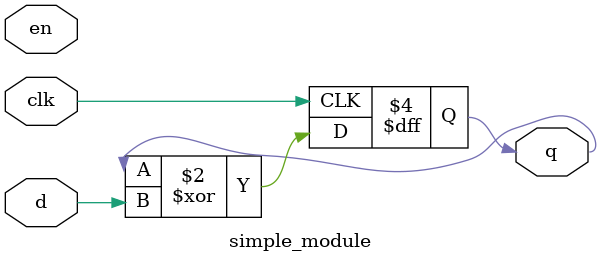
<source format=v>
`timescale 1ns/1ps

module simple_module (
		      input clk,
		      input en,
		      input d,
		      output reg q
		      );


   initial begin
	   q = 0;
   end
   
   always @(posedge clk) begin
       
	q <= q^d;   //Changed to xor of q and d for when enable is on
// NON-BLOCKING ASSIGNMENT specifies D Flip Flop
//      else        // The flip-flop creates a one-cycle delay before
//	q <= 0;   // q is changed
   end
endmodule // simple_module

</source>
